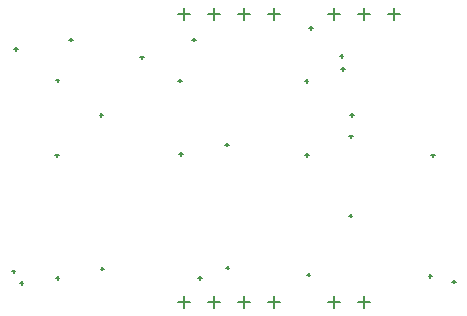
<source format=gbr>
%TF.GenerationSoftware,Altium Limited,Altium Designer,23.5.1 (21)*%
G04 Layer_Color=128*
%FSLAX45Y45*%
%MOMM*%
%TF.SameCoordinates,90272B24-A97A-474C-8309-4AF10B7EB36B*%
%TF.FilePolarity,Positive*%
%TF.FileFunction,Drillmap*%
%TF.Part,Single*%
G01*
G75*
%TA.AperFunction,NonConductor*%
%ADD33C,0.12700*%
D33*
X3522000Y2440000D02*
X3622000D01*
X3572000Y2390000D02*
Y2490000D01*
X3014000Y2440000D02*
X3114000D01*
X3064000Y2390000D02*
Y2490000D01*
X3268000Y2440000D02*
X3368000D01*
X3318000Y2390000D02*
Y2490000D01*
X2506000Y0D02*
X2606000D01*
X2556000Y-50000D02*
Y50000D01*
X2252000Y0D02*
X2352000D01*
X2302000Y-50000D02*
Y50000D01*
X1998000Y0D02*
X2098000D01*
X2048000Y-50000D02*
Y50000D01*
X1744000Y0D02*
X1844000D01*
X1794000Y-50000D02*
Y50000D01*
X1744000Y2440000D02*
X1844000D01*
X1794000Y2390000D02*
Y2490000D01*
X1998000Y2440000D02*
X2098000D01*
X2048000Y2390000D02*
Y2490000D01*
X2252000Y2440000D02*
X2352000D01*
X2302000Y2390000D02*
Y2490000D01*
X2506000Y2440000D02*
X2606000D01*
X2556000Y2390000D02*
Y2490000D01*
X3268000Y0D02*
X3368000D01*
X3318000Y-50000D02*
Y50000D01*
X3014000Y0D02*
X3114000D01*
X3064000Y-50000D02*
Y50000D01*
X702500Y1240000D02*
X732500D01*
X717500Y1225000D02*
Y1255000D01*
X3204111Y1580000D02*
X3234111D01*
X3219111Y1565000D02*
Y1595000D01*
X3889600Y1240400D02*
X3919600D01*
X3904600Y1225400D02*
Y1255400D01*
X2820000Y1242500D02*
X2850000D01*
X2835000Y1227500D02*
Y1257500D01*
X1755000Y1252500D02*
X1785000D01*
X1770000Y1237500D02*
Y1267500D01*
X2148100Y290000D02*
X2178100D01*
X2163100Y275000D02*
Y305000D01*
X710000Y1875000D02*
X740000D01*
X725000Y1860000D02*
Y1890000D01*
X2835000Y230000D02*
X2865000D01*
X2850000Y215000D02*
Y245000D01*
X1080000Y1580000D02*
X1110000D01*
X1095000Y1565000D02*
Y1595000D01*
X3190000Y730000D02*
X3220000D01*
X3205000Y715000D02*
Y745000D01*
X710000Y199600D02*
X740000D01*
X725000Y184600D02*
Y214600D01*
X337500Y257500D02*
X367500D01*
X352500Y242500D02*
Y272500D01*
X1088100Y280400D02*
X1118100D01*
X1103100Y265400D02*
Y295400D01*
X2817500Y1867500D02*
X2847500D01*
X2832500Y1852500D02*
Y1882500D01*
X1745000Y1872500D02*
X1775000D01*
X1760000Y1857500D02*
Y1887500D01*
X1915000Y200000D02*
X1945000D01*
X1930000Y185000D02*
Y215000D01*
X3195000Y1400000D02*
X3225000D01*
X3210000Y1385000D02*
Y1415000D01*
X3125000Y1970000D02*
X3155000D01*
X3140000Y1955000D02*
Y1985000D01*
X3865000Y220000D02*
X3895000D01*
X3880000Y205000D02*
Y235000D01*
X355000Y2140000D02*
X385000D01*
X370000Y2125000D02*
Y2155000D01*
X1425000Y2070000D02*
X1455000D01*
X1440000Y2055000D02*
Y2085000D01*
X4065000Y170000D02*
X4095000D01*
X4080000Y155000D02*
Y185000D01*
X405000Y160000D02*
X435000D01*
X420000Y145000D02*
Y175000D01*
X2855000Y2320000D02*
X2885000D01*
X2870000Y2305000D02*
Y2335000D01*
X2144423Y1330016D02*
X2174423D01*
X2159423Y1315016D02*
Y1345016D01*
X3115000Y2080000D02*
X3145000D01*
X3130000Y2065000D02*
Y2095000D01*
X1865000Y2220000D02*
X1895000D01*
X1880000Y2205000D02*
Y2235000D01*
X825000Y2220000D02*
X855000D01*
X840000Y2205000D02*
Y2235000D01*
%TF.MD5,99660d10177c886342cafc524d8d857b*%
M02*

</source>
